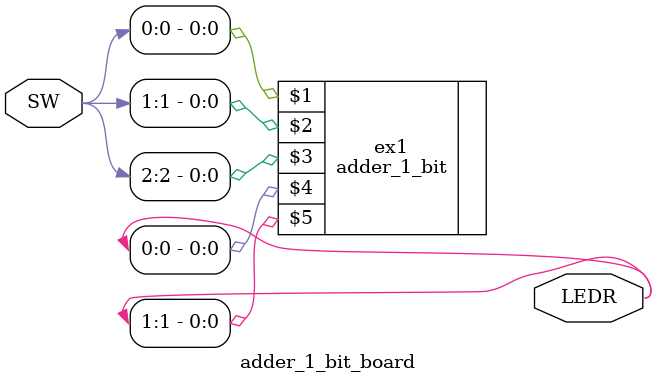
<source format=v>
module adder_1_bit_board(
	input [2:0] SW,
	output [1:0] LEDR);
	
	adder_1_bit ex1(SW[0], SW[1], SW[2], LEDR[0], LEDR[1]);
	
endmodule
</source>
